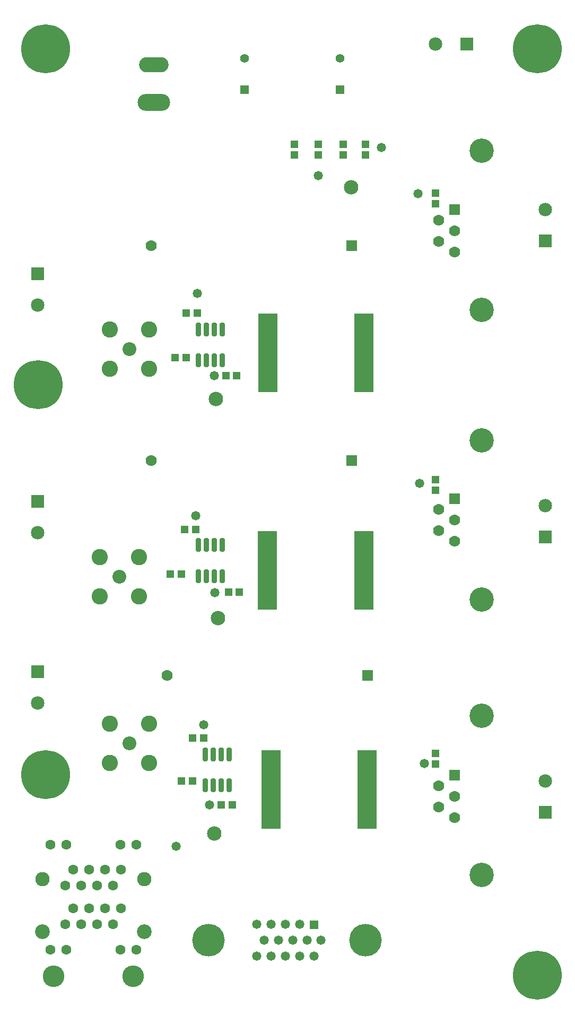
<source format=gts>
G04*
G04 #@! TF.GenerationSoftware,Altium Limited,Altium Designer,21.2.2 (38)*
G04*
G04 Layer_Color=8388736*
%FSLAX25Y25*%
%MOIN*%
G70*
G04*
G04 #@! TF.SameCoordinates,C702BCCC-9178-47BC-8446-E92931C6D717*
G04*
G04*
G04 #@! TF.FilePolarity,Negative*
G04*
G01*
G75*
%ADD18R,0.12402X0.49213*%
G04:AMPARAMS|DCode=22|XSize=85.56mil|YSize=31.62mil|CornerRadius=6.95mil|HoleSize=0mil|Usage=FLASHONLY|Rotation=270.000|XOffset=0mil|YOffset=0mil|HoleType=Round|Shape=RoundedRectangle|*
%AMROUNDEDRECTD22*
21,1,0.08556,0.01772,0,0,270.0*
21,1,0.07165,0.03162,0,0,270.0*
1,1,0.01391,-0.00886,-0.03583*
1,1,0.01391,-0.00886,0.03583*
1,1,0.01391,0.00886,0.03583*
1,1,0.01391,0.00886,-0.03583*
%
%ADD22ROUNDEDRECTD22*%
%ADD23R,0.04540X0.04540*%
%ADD24R,0.04540X0.04540*%
%ADD25C,0.06300*%
%ADD26C,0.09200*%
%ADD27C,0.09000*%
%ADD28C,0.13600*%
%ADD29C,0.05600*%
%ADD30R,0.05600X0.05600*%
%ADD31C,0.07000*%
%ADD32R,0.07000X0.07000*%
%ADD33C,0.20485*%
%ADD34C,0.05800*%
%ADD35R,0.05800X0.05800*%
%ADD36R,0.08477X0.08477*%
%ADD37C,0.08477*%
%ADD38R,0.08477X0.08477*%
%ADD39C,0.03800*%
%ADD40C,0.30800*%
%ADD41O,0.20485X0.10642*%
%ADD42O,0.18517X0.09658*%
%ADD43C,0.08674*%
%ADD44C,0.10249*%
%ADD45R,0.07000X0.07000*%
%ADD46C,0.09068*%
%ADD47C,0.15300*%
D18*
X867117Y240800D02*
D03*
X806684D02*
D03*
X865016Y378500D02*
D03*
X804583D02*
D03*
X865217Y515000D02*
D03*
X804784D02*
D03*
D22*
X780500Y243276D02*
D03*
X775500D02*
D03*
X770500D02*
D03*
X765500D02*
D03*
Y262724D02*
D03*
X770500D02*
D03*
X775500D02*
D03*
X780500D02*
D03*
X776000Y374776D02*
D03*
X771000D02*
D03*
X766000D02*
D03*
X761000D02*
D03*
Y394224D02*
D03*
X766000D02*
D03*
X771000D02*
D03*
X776000D02*
D03*
Y510276D02*
D03*
X771000D02*
D03*
X766000D02*
D03*
X761000D02*
D03*
Y529724D02*
D03*
X766000D02*
D03*
X771000D02*
D03*
X776000D02*
D03*
D23*
X821425Y646134D02*
D03*
Y639441D02*
D03*
X836425Y646134D02*
D03*
Y639441D02*
D03*
X852000D02*
D03*
Y646134D02*
D03*
X866000D02*
D03*
Y639441D02*
D03*
X910000Y256653D02*
D03*
Y263347D02*
D03*
Y435347D02*
D03*
Y428653D02*
D03*
Y608653D02*
D03*
Y615346D02*
D03*
D24*
X757346Y246000D02*
D03*
X750654D02*
D03*
X750347Y376000D02*
D03*
X743653D02*
D03*
X753346Y512000D02*
D03*
X746654D02*
D03*
X782346Y231000D02*
D03*
X775654D02*
D03*
X780254Y364700D02*
D03*
X786946D02*
D03*
X785247Y500800D02*
D03*
X778553D02*
D03*
X764347Y273000D02*
D03*
X757654D02*
D03*
X752654Y404000D02*
D03*
X759346D02*
D03*
X760347Y540000D02*
D03*
X753653D02*
D03*
D25*
X677500Y156000D02*
D03*
X682500Y166000D02*
D03*
X687500Y156000D02*
D03*
X692500Y166000D02*
D03*
X697500Y156000D02*
D03*
X702500Y166000D02*
D03*
X707500Y156000D02*
D03*
X712500Y166000D02*
D03*
X677500Y180500D02*
D03*
X682500Y190500D02*
D03*
X687500Y180500D02*
D03*
X692500Y190500D02*
D03*
X697500Y180500D02*
D03*
X702500Y190500D02*
D03*
X707500Y180500D02*
D03*
X712500Y190500D02*
D03*
X668000Y206000D02*
D03*
X722000D02*
D03*
X678000D02*
D03*
X712000D02*
D03*
X668000Y140000D02*
D03*
X678000D02*
D03*
X712000D02*
D03*
X722000D02*
D03*
D26*
X663000Y151500D02*
D03*
X727000D02*
D03*
D27*
X663000Y184500D02*
D03*
X727000D02*
D03*
D28*
X670000Y123500D02*
D03*
X720000D02*
D03*
D29*
X790000Y700000D02*
D03*
X850000D02*
D03*
D30*
X790000Y680300D02*
D03*
X850000D02*
D03*
D31*
X922000Y223000D02*
D03*
X912000Y229693D02*
D03*
X922000Y236386D02*
D03*
X912000Y243079D02*
D03*
X922000Y396614D02*
D03*
X912000Y403307D02*
D03*
X922000Y410000D02*
D03*
X912000Y416693D02*
D03*
X922000Y578228D02*
D03*
X912000Y584921D02*
D03*
X922000Y591614D02*
D03*
X912000Y598307D02*
D03*
X741500Y312500D02*
D03*
X731500Y447500D02*
D03*
X731500Y582500D02*
D03*
D32*
X922000Y249772D02*
D03*
Y423386D02*
D03*
Y605000D02*
D03*
D33*
X767614Y146000D02*
D03*
X866000D02*
D03*
D34*
X838323D02*
D03*
X829346D02*
D03*
X820370D02*
D03*
X811394D02*
D03*
X802417D02*
D03*
X797929Y156000D02*
D03*
X806905D02*
D03*
X815882D02*
D03*
X824858D02*
D03*
X797929Y136000D02*
D03*
X806905D02*
D03*
X815882D02*
D03*
X824858D02*
D03*
X833835D02*
D03*
X747000Y205000D02*
D03*
X903000Y257000D02*
D03*
X900000Y433000D02*
D03*
X876000Y644000D02*
D03*
X899000Y615000D02*
D03*
X836425Y626375D02*
D03*
X768200Y230900D02*
D03*
X771075Y500825D02*
D03*
X771400Y364400D02*
D03*
X760346Y552454D02*
D03*
X759346Y412646D02*
D03*
X764346Y281446D02*
D03*
D35*
X833756Y155842D02*
D03*
D36*
X929842Y709000D02*
D03*
D37*
X910157D02*
D03*
X979000Y246180D02*
D03*
Y419180D02*
D03*
Y605000D02*
D03*
X660000Y545157D02*
D03*
Y402157D02*
D03*
Y295158D02*
D03*
D38*
X979000Y226495D02*
D03*
Y399495D02*
D03*
Y585315D02*
D03*
X660000Y564843D02*
D03*
Y421842D02*
D03*
Y314843D02*
D03*
D39*
X974000Y135345D02*
D03*
X985250Y124094D02*
D03*
X974000Y112845D02*
D03*
X962750Y124094D02*
D03*
X964157Y130000D02*
D03*
X968095Y133937D02*
D03*
Y114252D02*
D03*
X983842Y118189D02*
D03*
X979906Y133937D02*
D03*
X964157Y118189D02*
D03*
X979906Y114252D02*
D03*
X983842Y130000D02*
D03*
X660500Y506250D02*
D03*
X671750Y495000D02*
D03*
X660500Y483750D02*
D03*
X649250Y495000D02*
D03*
X650658Y500906D02*
D03*
X654595Y504843D02*
D03*
Y485157D02*
D03*
X670342Y489094D02*
D03*
X666405Y504843D02*
D03*
X650658Y489094D02*
D03*
X666405Y485157D02*
D03*
X670342Y500906D02*
D03*
X665000Y261250D02*
D03*
X676250Y250000D02*
D03*
X665000Y238750D02*
D03*
X653750Y250000D02*
D03*
X655158Y255906D02*
D03*
X659094Y259842D02*
D03*
Y240158D02*
D03*
X674843Y244094D02*
D03*
X670905Y259842D02*
D03*
X655158Y244094D02*
D03*
X670905Y240158D02*
D03*
X674843Y255906D02*
D03*
X665000Y717250D02*
D03*
X676250Y706000D02*
D03*
X665000Y694750D02*
D03*
X653750Y706000D02*
D03*
X655158Y711905D02*
D03*
X659094Y715842D02*
D03*
Y696158D02*
D03*
X674843Y700095D02*
D03*
X670905Y715842D02*
D03*
X655158Y700095D02*
D03*
X670905Y696158D02*
D03*
X674843Y711905D02*
D03*
X974000Y717250D02*
D03*
X985250Y706000D02*
D03*
X974000Y694750D02*
D03*
X962750Y706000D02*
D03*
X964157Y711905D02*
D03*
X968095Y715842D02*
D03*
Y696158D02*
D03*
X983842Y700095D02*
D03*
X979906Y715842D02*
D03*
X964157Y700095D02*
D03*
X979906Y696158D02*
D03*
X983842Y711905D02*
D03*
D40*
X974000Y124094D02*
D03*
X660500Y495000D02*
D03*
X665000Y250000D02*
D03*
Y706000D02*
D03*
X974000D02*
D03*
D41*
X733000Y672378D02*
D03*
D42*
Y696000D02*
D03*
D43*
X717677Y269823D02*
D03*
X711500Y374500D02*
D03*
X717677Y517323D02*
D03*
D44*
X705354Y282146D02*
D03*
X730000D02*
D03*
Y257500D02*
D03*
X705354D02*
D03*
X699177Y386823D02*
D03*
X723823D02*
D03*
Y362177D02*
D03*
X699177D02*
D03*
X705354Y505000D02*
D03*
Y529646D02*
D03*
X730000D02*
D03*
Y505000D02*
D03*
D45*
X867500Y312500D02*
D03*
X857500Y447500D02*
D03*
X857500Y582500D02*
D03*
D46*
X771000Y213000D02*
D03*
X773500Y348500D02*
D03*
X772200Y485900D02*
D03*
X857087Y618898D02*
D03*
D47*
X939000Y642000D02*
D03*
Y542000D02*
D03*
Y460000D02*
D03*
Y360000D02*
D03*
Y287000D02*
D03*
Y187000D02*
D03*
M02*

</source>
